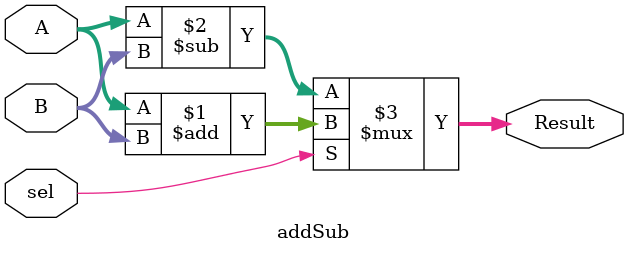
<source format=v>
module addSub(A, B, sel, Result);
	input sel;
	input [7:0] A;
	input [7:0] B;
	output [8:0] Result;
	wire [8:0] Result;
	assign Result = (sel)? A + B : A - B;
endmodule
</source>
